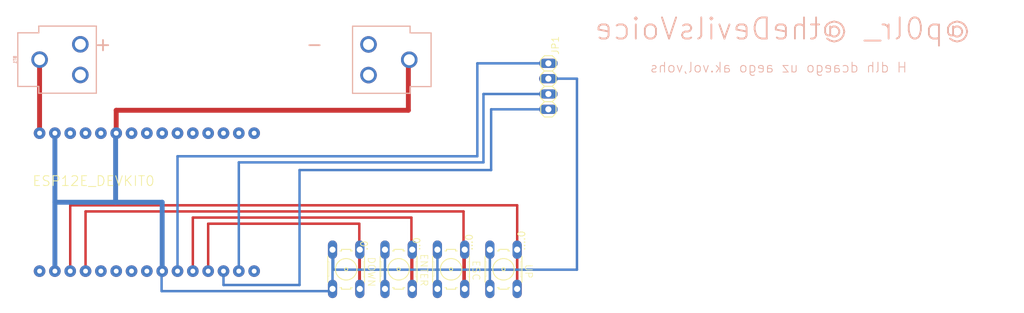
<source format=kicad_pcb>
(kicad_pcb (version 20211014) (generator pcbnew)
  (layers (0 "F.Cu" signal) (1 "In1.Cu" signal) (2 "In2.Cu" signal) (3 "In3.Cu" signal) (4 "In4.Cu" signal) (31 "B.Cu" signal) (34 "B.Paste" user) (35 "F.Paste" user) (36 "B.SilkS" user "B.Silkscreen") (37 "F.SilkS" user "F.Silkscreen") (38 "B.Mask" user) (39 "F.Mask" user) (44 "Edge.Cuts" user))
  (net 0 "")
  (net 1 "N$3")
  (net 2 "N$6")
  (net 3 "N$5")
  (net 4 "N$2")
  (net 5 "N$7")
  (net 6 "N$8")
  (net 7 "N$9")
  (net 8 "N$1")
  (net 9 "N$4")
  (footprint "" (layer "F.Cu") (at 227.329985 87.922293)
    (fp_text reference "@HOLE0" hide)
    (fp_text value "" (at 0 0) (layer "F.SilkS") (effects (font (size 1.27 1.27))))
    (pad "" np_thru_hole circle (at 0 0) (size 3.2 3.2) (drill 3.2) (layers *.Cu *.Mask))
  )
  (footprint "hh:B3F-10XX" (layer "F.Cu") (at 129.701985 123.672293 -90)
    (fp_text reference "..0" (at -3.048 -3.683 -90) (layer "F.SilkS") (effects (font (size 1.143 1.143) (thickness 0.127)) (justify left bottom)))
    (fp_text value "")
    (fp_line (start 1.27 -2.794) (end -1.27 -2.794) (layer "F.SilkS") (width 0.0508))
    (fp_line (start 1.27 -2.794) (end 1.27 -3.048) (layer "F.SilkS") (width 0.0508))
    (fp_line (start 3.048 -0.762) (end 3.048 -1.016) (layer "F.SilkS") (width 0.1524))
    (fp_line (start 3.302 0.762) (end 3.302 -0.762) (layer "F.SilkS") (width 0.1524))
    (fp_line (start -1.27 3.048) (end 1.143 3.048) (layer "F.SilkS") (width 0.1524))
    (fp_line (start -3.048 -0.762) (end -3.048 -1.016) (layer "F.SilkS") (width 0.1524))
    (fp_line (start 1.143 2.794) (end 1.143 3.048) (layer "F.SilkS") (width 0.0508))
    (fp_line (start 2.159 -3.048) (end 1.27 -3.048) (layer "F.SilkS") (width 0.1524))
    (fp_line (start -3.302 -0.762) (end -3.302 0.762) (layer "F.SilkS") (width 0.1524))
    (fp_line (start 1.143 2.794) (end -1.27 2.794) (layer "F.SilkS") (width 0.0508))
    (fp_line (start 1.143 3.048) (end 2.159 3.048) (layer "F.SilkS") (width 0.1524))
    (fp_line (start 3.302 0.762) (end 3.048 0.762) (layer "F.SilkS") (width 0.1524))
    (fp_line (start -1.27 2.794) (end -1.27 3.048) (layer "F.SilkS") (width 0.0508))
    (fp_line (start -1.27 -3.048) (end -1.27 -2.794) (layer "F.SilkS") (width 0.0508))
    (fp_line (start -1.27 -3.048) (end -2.159 -3.048) (layer "F.SilkS") (width 0.1524))
    (fp_line (start -2.159 3.048) (end -1.27 3.048) (layer "F.SilkS") (width 0.1524))
    (fp_line (start 1.27 -3.048) (end -1.27 -3.048) (layer "F.SilkS") (width 0.1524))
    (fp_line (start -3.048 0.762) (end -3.302 0.762) (layer "F.SilkS") (width 0.1524))
    (fp_line (start 3.048 -0.762) (end 3.302 -0.762) (layer "F.SilkS") (width 0.1524))
    (fp_line (start 3.048 0.762) (end 3.048 1.016) (layer "F.SilkS") (width 0.1524))
    (fp_line (start -3.302 -0.762) (end -3.048 -0.762) (layer "F.SilkS") (width 0.1524))
    (fp_line (start -3.048 0.762) (end -3.048 1.016) (layer "F.SilkS") (width 0.1524))
    (fp_circle (center 0 0) (end 0.254 0) (layer "F.SilkS") (width 0.1524) (fill none))
    (fp_circle (center 0 0) (end 1.778 0) (layer "F.SilkS") (width 0.1524) (fill none))
    (pad "1" thru_hole oval (at -3.2512 -2.2606 270) (size 3.048 1.524) (drill 1.016) (layers *.Cu *.Mask) (net 5 "N$7"))
    (pad "2" thru_hole oval (at 3.2512 -2.2606 270) (size 3.048 1.524) (drill 1.016) (layers *.Cu *.Mask) (net 5 "N$7"))
    (pad "3" thru_hole oval (at -3.2512 2.2606 270) (size 3.048 1.524) (drill 1.016) (layers *.Cu *.Mask) (net 8 "N$1"))
    (pad "4" thru_hole oval (at 3.2512 2.2606 270) (size 3.048 1.524) (drill 1.016) (layers *.Cu *.Mask) (net 8 "N$1"))
  )
  (footprint "hh:1X04" (layer "F.Cu") (at 154.519985 93.352293 -90)
    (fp_text reference "JP1" (at -5.1562 -1.8288 -90) (layer "F.SilkS") (effects (font (size 1.143 1.143) (thickness 0.127)) (justify left bottom)))
    (fp_text value "OLED")
    (fp_line (start -5.08 0.635) (end -4.445 1.27) (layer "F.SilkS") (width 0.1524))
    (fp_line (start 0.635 -1.27) (end 1.905 -1.27) (layer "F.SilkS") (width 0.1524))
    (fp_line (start -2.54 -0.635) (end -1.905 -1.27) (layer "F.SilkS") (width 0.1524))
    (fp_line (start -3.175 -1.27) (end -2.54 -0.635) (layer "F.SilkS") (width 0.1524))
    (fp_line (start 4.445 -1.27) (end 5.08 -0.635) (layer "F.SilkS") (width 0.1524))
    (fp_line (start 5.08 -0.635) (end 5.08 0.635) (layer "F.SilkS") (width 0.1524))
    (fp_line (start 0 0.635) (end -0.635 1.27) (layer "F.SilkS") (width 0.1524))
    (fp_line (start -0.635 1.27) (end -1.905 1.27) (layer "F.SilkS") (width 0.1524))
    (fp_line (start -4.445 -1.27) (end -3.175 -1.27) (layer "F.SilkS") (width 0.1524))
    (fp_line (start -1.905 -1.27) (end -0.635 -1.27) (layer "F.SilkS") (width 0.1524))
    (fp_line (start 0.635 1.27) (end 0 0.635) (layer "F.SilkS") (width 0.1524))
    (fp_line (start 0 -0.635) (end 0.635 -1.27) (layer "F.SilkS") (width 0.1524))
    (fp_line (start 0 -0.635) (end 0 0.635) (layer "F.SilkS") (width 0.1524))
    (fp_line (start 1.905 -1.27) (end 2.54 -0.635) (layer "F.SilkS") (width 0.1524))
    (fp_line (start 1.905 1.27) (end 0.635 1.27) (layer "F.SilkS") (width 0.1524))
    (fp_line (start 2.54 0.635) (end 1.905 1.27) (layer "F.SilkS") (width 0.1524))
    (fp_line (start -5.08 -0.635) (end -5.08 0.635) (layer "F.SilkS") (width 0.1524))
    (fp_line (start -4.445 -1.27) (end -5.08 -0.635) (layer "F.SilkS") (width 0.1524))
    (fp_line (start 4.445 1.27) (end 3.175 1.27) (layer "F.SilkS") (width 0.1524))
    (fp_line (start -1.905 1.27) (end -2.54 0.635) (layer "F.SilkS") (width 0.1524))
    (fp_line (start 5.08 0.635) (end 4.445 1.27) (layer "F.SilkS") (width 0.1524))
    (fp_line (start 3.175 -1.27) (end 2.54 -0.635) (layer "F.SilkS") (width 0.1524))
    (fp_line (start -2.54 0.635) (end -3.175 1.27) (layer "F.SilkS") (width 0.1524))
    (fp_line (start -3.175 1.27) (end -4.445 1.27) (layer "F.SilkS") (width 0.1524))
    (fp_line (start -2.54 -0.635) (end -2.54 0.635) (layer "F.SilkS") (width 0.1524))
    (fp_line (start 2.54 -0.635) (end 2.54 0.635) (layer "F.SilkS") (width 0.1524))
    (fp_line (start 3.175 -1.27) (end 4.445 -1.27) (layer "F.SilkS") (width 0.1524))
    (fp_line (start 2.54 0.635) (end 3.175 1.27) (layer "F.SilkS") (width 0.1524))
    (fp_line (start -0.635 -1.27) (end 0 -0.635) (layer "F.SilkS") (width 0.1524))
    (pad "1" thru_hole oval (at -3.81 0) (size 3.048 1.524) (drill 1.016) (layers *.Cu *.Mask) (net 1 "N$3"))
    (pad "2" thru_hole oval (at -1.27 0) (size 3.048 1.524) (drill 1.016) (layers *.Cu *.Mask) (net 8 "N$1"))
    (pad "3" thru_hole oval (at 1.27 0) (size 3.048 1.524) (drill 1.016) (layers *.Cu *.Mask) (net 3 "N$5"))
    (pad "4" thru_hole oval (at 3.81 0) (size 3.048 1.524) (drill 1.016) (layers *.Cu *.Mask) (net 2 "N$6"))
  )
  (footprint "hh:B3F-10XX" (layer "F.Cu") (at 147.085985 123.672293 -90)
    (fp_text reference "....0" (at -3.048 -3.683 -90) (layer "F.SilkS") (effects (font (size 1.143 1.143) (thickness 0.127)) (justify left bottom)))
    (fp_text value "")
    (fp_line (start 1.143 2.794) (end -1.27 2.794) (layer "F.SilkS") (width 0.0508))
    (fp_line (start -3.302 -0.762) (end -3.302 0.762) (layer "F.SilkS") (width 0.1524))
    (fp_line (start 3.302 0.762) (end 3.302 -0.762) (layer "F.SilkS") (width 0.1524))
    (fp_line (start -3.048 0.762) (end -3.048 1.016) (layer "F.SilkS") (width 0.1524))
    (fp_line (start -3.302 -0.762) (end -3.048 -0.762) (layer "F.SilkS") (width 0.1524))
    (fp_line (start -1.27 -3.048) (end -1.27 -2.794) (layer "F.SilkS") (width 0.0508))
    (fp_line (start 1.143 3.048) (end 2.159 3.048) (layer "F.SilkS") (width 0.1524))
    (fp_line (start 1.27 -3.048) (end -1.27 -3.048) (layer "F.SilkS") (width 0.1524))
    (fp_line (start 1.143 2.794) (end 1.143 3.048) (layer "F.SilkS") (width 0.0508))
    (fp_line (start -2.159 3.048) (end -1.27 3.048) (layer "F.SilkS") (width 0.1524))
    (fp_line (start 3.048 -0.762) (end 3.048 -1.016) (layer "F.SilkS") (width 0.1524))
    (fp_line (start -1.27 3.048) (end 1.143 3.048) (layer "F.SilkS") (width 0.1524))
    (fp_line (start 3.048 0.762) (end 3.048 1.016) (layer "F.SilkS") (width 0.1524))
    (fp_line (start 2.159 -3.048) (end 1.27 -3.048) (layer "F.SilkS") (width 0.1524))
    (fp_line (start 3.302 0.762) (end 3.048 0.762) (layer "F.SilkS") (width 0.1524))
    (fp_line (start -3.048 -0.762) (end -3.048 -1.016) (layer "F.SilkS") (width 0.1524))
    (fp_line (start 1.27 -2.794) (end 1.27 -3.048) (layer "F.SilkS") (width 0.0508))
    (fp_line (start -1.27 2.794) (end -1.27 3.048) (layer "F.SilkS") (width 0.0508))
    (fp_line (start -1.27 -3.048) (end -2.159 -3.048) (layer "F.SilkS") (width 0.1524))
    (fp_line (start -3.048 0.762) (end -3.302 0.762) (layer "F.SilkS") (width 0.1524))
    (fp_line (start 3.048 -0.762) (end 3.302 -0.762) (layer "F.SilkS") (width 0.1524))
    (fp_line (start 1.27 -2.794) (end -1.27 -2.794) (layer "F.SilkS") (width 0.0508))
    (fp_circle (center 0 0) (end 1.778 0) (layer "F.SilkS") (width 0.1524) (fill none))
    (fp_circle (center 0 0) (end 0.254 0) (layer "F.SilkS") (width 0.1524) (fill none))
    (pad "1" thru_hole oval (at -3.2512 -2.2606 270) (size 3.048 1.524) (drill 1.016) (layers *.Cu *.Mask) (net 7 "N$9"))
    (pad "2" thru_hole oval (at 3.2512 -2.2606 270) (size 3.048 1.524) (drill 1.016) (layers *.Cu *.Mask) (net 7 "N$9"))
    (pad "3" thru_hole oval (at -3.2512 2.2606 270) (size 3.048 1.524) (drill 1.016) (layers *.Cu *.Mask) (net 8 "N$1"))
    (pad "4" thru_hole oval (at 3.2512 2.2606 270) (size 3.048 1.524) (drill 1.016) (layers *.Cu *.Mask) (net 8 "N$1"))
  )
  (footprint "hh:ESP12E_DEVKIT" (layer "F.Cu") (at 87.981985 112.544293 -90)
    (fp_text reference "ESP12E_DEVKIT0" (at -2.54 19.05) (layer "F.SilkS") (effects (font (size 1.63576 1.63576) (thickness 0.14224)) (justify left bottom)))
    (fp_text value "ESP12E_DEVKIT")
    (pad "" np_thru_hole circle (at -10.16 -21.59 270) (size 3.2 3.2) (drill 3.2) (layers *.Cu *.Mask))
    (pad "" np_thru_hole circle (at 10.16 21.59 270) (size 3.2 3.2) (drill 3.2) (layers *.Cu *.Mask))
    (pad "" np_thru_hole circle (at -10.16 21.59 270) (size 3.2 3.2) (drill 3.2) (layers *.Cu *.Mask))
    (pad "" np_thru_hole circle (at 10.16 -21.59 270) (size 3.2 3.2) (drill 3.2) (layers *.Cu *.Mask))
    (pad "3V3@0" thru_hole circle (at -11.43 7.62 270) (size 1.9304 1.9304) (drill 0.8) (layers *.Cu *.Mask))
    (pad "3V3@1" thru_hole circle (at 11.43 -5.08 270) (size 1.9304 1.9304) (drill 0.8) (layers *.Cu *.Mask) (net 1 "N$3"))
    (pad "3V3@2" thru_hole circle (at 11.43 17.78 270) (size 1.9304 1.9304) (drill 0.8) (layers *.Cu *.Mask))
    (pad "AD0" thru_hole circle (at -11.43 -17.78 270) (size 1.9304 1.9304) (drill 0.8) (layers *.Cu *.Mask))
    (pad "CLK" thru_hole circle (at -11.43 2.54 270) (size 1.9304 1.9304) (drill 0.8) (layers *.Cu *.Mask))
    (pad "CMD" thru_hole circle (at -11.43 -2.54 270) (size 1.9304 1.9304) (drill 0.8) (layers *.Cu *.Mask))
    (pad "D0" thru_hole circle (at 11.43 -17.78 270) (size 1.9304 1.9304) (drill 0.8) (layers *.Cu *.Mask))
    (pad "D1" thru_hole circle (at 11.43 -15.24 270) (size 1.9304 1.9304) (drill 0.8) (layers *.Cu *.Mask) (net 3 "N$5"))
    (pad "D2" thru_hole circle (at 11.43 -12.7 270) (size 1.9304 1.9304) (drill 0.8) (layers *.Cu *.Mask) (net 2 "N$6"))
    (pad "D3" thru_hole circle (at 11.43 -10.16 270) (size 1.9304 1.9304) (drill 0.8) (layers *.Cu *.Mask) (net 4 "N$2"))
    (pad "D4" thru_hole circle (at 11.43 -7.62 270) (size 1.9304 1.9304) (drill 0.8) (layers *.Cu *.Mask) (net 5 "N$7"))
    (pad "D5" thru_hole circle (at 11.43 0 270) (size 1.9304 1.9304) (drill 0.8) (layers *.Cu *.Mask))
    (pad "D6" thru_hole circle (at 11.43 2.54 270) (size 1.9304 1.9304) (drill 0.8) (layers *.Cu *.Mask))
    (pad "D7" thru_hole circle (at 11.43 5.08 270) (size 1.9304 1.9304) (drill 0.8) (layers *.Cu *.Mask))
    (pad "D8" thru_hole circle (at 11.43 7.62 270) (size 1.9304 1.9304) (drill 0.8) (layers *.Cu *.Mask))
    (pad "EN" thru_hole circle (at -11.43 10.16 270) (size 1.9304 1.9304) (drill 0.8) (layers *.Cu *.Mask))
    (pad "GND@0" thru_hole circle (at -11.43 5.08 270) (size 1.9304 1.9304) (drill 0.8) (layers *.Cu *.Mask) (net 8 "N$1"))
    (pad "GND@1" thru_hole circle (at -11.43 15.24 270) (size 1.9304 1.9304) (drill 0.8) (layers *.Cu *.Mask) (net 8 "N$1"))
    (pad "GND@2" thru_hole circle (at 11.43 -2.54 270) (size 1.9304 1.9304) (drill 0.8) (layers *.Cu *.Mask) (net 8 "N$1"))
    (pad "GND@3" thru_hole circle (at 11.43 15.24 270) (size 1.9304 1.9304) (drill 0.8) (layers *.Cu *.Mask) (net 8 "N$1"))
    (pad "RST" thru_hole circle (at -11.43 12.7 270) (size 1.9304 1.9304) (drill 0.8) (layers *.Cu *.Mask))
    (pad "RSV@0" thru_hole circle (at -11.43 -15.24 270) (size 1.9304 1.9304) (drill 0.8) (layers *.Cu *.Mask))
    (pad "RSV@1" thru_hole circle (at -11.43 -12.7 270) (size 1.9304 1.9304) (drill 0.8) (layers *.Cu *.Mask))
    (pad "RX" thru_hole circle (at 11.43 10.16 270) (size 1.9304 1.9304) (drill 0.8) (layers *.Cu *.Mask) (net 6 "N$8"))
    (pad "SD0" thru_hole circle (at -11.43 0 270) (size 1.9304 1.9304) (drill 0.8) (layers *.Cu *.Mask))
    (pad "SD1" thru_hole circle (at -11.43 -5.08 270) (size 1.9304 1.9304) (drill 0.8) (layers *.Cu *.Mask))
    (pad "SD2" thru_hole circle (at -11.43 -7.62 270) (size 1.9304 1.9304) (drill 0.8) (layers *.Cu *.Mask))
    (pad "SD3" thru_hole circle (at -11.43 -10.16 270) (size 1.9304 1.9304) (drill 0.8) (layers *.Cu *.Mask))
    (pad "TX" thru_hole circle (at 11.43 12.7 270) (size 1.9304 1.9304) (drill 0.8) (layers *.Cu *.Mask) (net 7 "N$9"))
    (pad "VIN" thru_hole circle (at -11.43 17.78 270) (size 1.9304 1.9304) (drill 0.8) (layers *.Cu *.Mask) (net 9 "N$4"))
  )
  (footprint "hh:B3F-10XX" (layer "F.Cu") (at 138.393985 123.672293 -90)
    (fp_text reference "...0" (at -3.048 -3.683 -90) (layer "F.SilkS") (effects (font (size 1.143 1.143) (thickness 0.127)) (justify left bottom)))
    (fp_text value "")
    (fp_line (start 1.143 2.794) (end 1.143 3.048) (layer "F.SilkS") (width 0.0508))
    (fp_line (start 3.048 0.762) (end 3.048 1.016) (layer "F.SilkS") (width 0.1524))
    (fp_line (start -3.048 0.762) (end -3.302 0.762) (layer "F.SilkS") (width 0.1524))
    (fp_line (start -1.27 3.048) (end 1.143 3.048) (layer "F.SilkS") (width 0.1524))
    (fp_line (start 1.27 -2.794) (end 1.27 -3.048) (layer "F.SilkS") (width 0.0508))
    (fp_line (start 3.302 0.762) (end 3.302 -0.762) (layer "F.SilkS") (width 0.1524))
    (fp_line (start 3.302 0.762) (end 3.048 0.762) (layer "F.SilkS") (width 0.1524))
    (fp_line (start 3.048 -0.762) (end 3.302 -0.762) (layer "F.SilkS") (width 0.1524))
    (fp_line (start -3.302 -0.762) (end -3.302 0.762) (layer "F.SilkS") (width 0.1524))
    (fp_line (start 1.143 3.048) (end 2.159 3.048) (layer "F.SilkS") (width 0.1524))
    (fp_line (start -3.302 -0.762) (end -3.048 -0.762) (layer "F.SilkS") (width 0.1524))
    (fp_line (start -1.27 -3.048) (end -1.27 -2.794) (layer "F.SilkS") (width 0.0508))
    (fp_line (start -1.27 -3.048) (end -2.159 -3.048) (layer "F.SilkS") (width 0.1524))
    (fp_line (start 3.048 -0.762) (end 3.048 -1.016) (layer "F.SilkS") (width 0.1524))
    (fp_line (start 1.27 -3.048) (end -1.27 -3.048) (layer "F.SilkS") (width 0.1524))
    (fp_line (start 1.143 2.794) (end -1.27 2.794) (layer "F.SilkS") (width 0.0508))
    (fp_line (start -1.27 2.794) (end -1.27 3.048) (layer "F.SilkS") (width 0.0508))
    (fp_line (start -3.048 0.762) (end -3.048 1.016) (layer "F.SilkS") (width 0.1524))
    (fp_line (start 2.159 -3.048) (end 1.27 -3.048) (layer "F.SilkS") (width 0.1524))
    (fp_line (start 1.27 -2.794) (end -1.27 -2.794) (layer "F.SilkS") (width 0.0508))
    (fp_line (start -3.048 -0.762) (end -3.048 -1.016) (layer "F.SilkS") (width 0.1524))
    (fp_line (start -2.159 3.048) (end -1.27 3.048) (layer "F.SilkS") (width 0.1524))
    (fp_circle (center 0 0) (end 0.254 0) (layer "F.SilkS") (width 0.1524) (fill none))
    (fp_circle (center 0 0) (end 1.778 0) (layer "F.SilkS") (width 0.1524) (fill none))
    (pad "1" thru_hole oval (at -3.2512 -2.2606 270) (size 3.048 1.524) (drill 1.016) (layers *.Cu *.Mask) (net 6 "N$8"))
    (pad "2" thru_hole oval (at 3.2512 -2.2606 270) (size 3.048 1.524) (drill 1.016) (layers *.Cu *.Mask) (net 6 "N$8"))
    (pad "3" thru_hole oval (at -3.2512 2.2606 270) (size 3.048 1.524) (drill 1.016) (layers *.Cu *.Mask) (net 8 "N$1"))
    (pad "4" thru_hole oval (at 3.2512 2.2606 270) (size 3.048 1.524) (drill 1.016) (layers *.Cu *.Mask) (net 8 "N$1"))
  )
  (footprint "hh:B3F-10XX" (layer "F.Cu") (at 121.009985 123.672293 -90)
    (fp_text reference ".0" (at -3.048 -3.683 -90) (layer "F.SilkS") (effects (font (size 1.143 1.143) (thickness 0.127)) (justify left bottom)))
    (fp_text value "")
    (fp_line (start 3.302 0.762) (end 3.302 -0.762) (layer "F.SilkS") (width 0.1524))
    (fp_line (start -1.27 3.048) (end 1.143 3.048) (layer "F.SilkS") (width 0.1524))
    (fp_line (start -3.048 0.762) (end -3.048 1.016) (layer "F.SilkS") (width 0.1524))
    (fp_line (start 1.143 3.048) (end 2.159 3.048) (layer "F.SilkS") (width 0.1524))
    (fp_line (start -3.302 -0.762) (end -3.048 -0.762) (layer "F.SilkS") (width 0.1524))
    (fp_line (start 2.159 -3.048) (end 1.27 -3.048) (layer "F.SilkS") (width 0.1524))
    (fp_line (start 1.27 -2.794) (end -1.27 -2.794) (layer "F.SilkS") (width 0.0508))
    (fp_line (start 1.143 2.794) (end 1.143 3.048) (layer "F.SilkS") (width 0.0508))
    (fp_line (start -1.27 -3.048) (end -2.159 -3.048) (layer "F.SilkS") (width 0.1524))
    (fp_line (start -1.27 2.794) (end -1.27 3.048) (layer "F.SilkS") (width 0.0508))
    (fp_line (start 1.27 -3.048) (end -1.27 -3.048) (layer "F.SilkS") (width 0.1524))
    (fp_line (start -2.159 3.048) (end -1.27 3.048) (layer "F.SilkS") (width 0.1524))
    (fp_line (start 1.27 -2.794) (end 1.27 -3.048) (layer "F.SilkS") (width 0.0508))
    (fp_line (start -3.302 -0.762) (end -3.302 0.762) (layer "F.SilkS") (width 0.1524))
    (fp_line (start 3.048 -0.762) (end 3.302 -0.762) (layer "F.SilkS") (width 0.1524))
    (fp_line (start 3.048 -0.762) (end 3.048 -1.016) (layer "F.SilkS") (width 0.1524))
    (fp_line (start -3.048 -0.762) (end -3.048 -1.016) (layer "F.SilkS") (width 0.1524))
    (fp_line (start 3.048 0.762) (end 3.048 1.016) (layer "F.SilkS") (width 0.1524))
    (fp_line (start -3.048 0.762) (end -3.302 0.762) (layer "F.SilkS") (width 0.1524))
    (fp_line (start 1.143 2.794) (end -1.27 2.794) (layer "F.SilkS") (width 0.0508))
    (fp_line (start 3.302 0.762) (end 3.048 0.762) (layer "F.SilkS") (width 0.1524))
    (fp_line (start -1.27 -3.048) (end -1.27 -2.794) (layer "F.SilkS") (width 0.0508))
    (fp_circle (center 0 0) (end 1.778 0) (layer "F.SilkS") (width 0.1524) (fill none))
    (fp_circle (center 0 0) (end 0.254 0) (layer "F.SilkS") (width 0.1524) (fill none))
    (pad "1" thru_hole oval (at -3.2512 -2.2606 270) (size 3.048 1.524) (drill 1.016) (layers *.Cu *.Mask) (net 4 "N$2"))
    (pad "2" thru_hole oval (at 3.2512 -2.2606 270) (size 3.048 1.524) (drill 1.016) (layers *.Cu *.Mask) (net 4 "N$2"))
    (pad "3" thru_hole oval (at -3.2512 2.2606 270) (size 3.048 1.524) (drill 1.016) (layers *.Cu *.Mask) (net 8 "N$1"))
    (pad "4" thru_hole oval (at 3.2512 2.2606 270) (size 3.048 1.524) (drill 1.016) (layers *.Cu *.Mask) (net 8 "N$1"))
  )
  (footprint "hh:BATTERY_18650-HOLDER" (layer "B.Cu") (at 100.837985 88.938293)
    (fp_text reference "BT1" (at -34.417 0 90) (layer "B.SilkS") (effects (font (size 0.48768 0.48768) (thickness 0.12192)) (justify bottom mirror)))
    (fp_text value "")
    (fp_text user "-" (at 16.51 -1.27 180) (layer "B.SilkS") (effects (font (size 2.2352 2.2352) (thickness 0.3048)) (justify left bottom mirror)))
    (fp_text user "+" (at -18.542 -1.27 180) (layer "B.SilkS") (effects (font (size 2.2352 2.2352) (thickness 0.3048)) (justify left bottom mirror)))
    (fp_line (start 34.2448 -4.435) (end 30.765 -4.435) (layer "B.SilkS") (width 0.2032))
    (fp_line (start 30.765 -5.5526) (end 21.23 -5.5526) (layer "B.SilkS") (width 0.2032))
    (fp_line (start 30.765 5.5726) (end 30.765 4.455) (layer "B.SilkS") (width 0.2032))
    (fp_line (start 21.23 -5.5526) (end 21.23 5.5726) (layer "B.SilkS") (width 0.2032))
    (fp_line (start -34.2448 4.435) (end -30.765 4.435) (layer "B.SilkS") (width 0.2032))
    (fp_line (start -30.765 -5.5726) (end -30.765 -4.455) (layer "B.SilkS") (width 0.2032))
    (fp_line (start -34.2448 -4.455) (end -34.2448 4.435) (layer "B.SilkS") (width 0.2032))
    (fp_line (start 30.765 4.455) (end 34.2448 4.455) (layer "B.SilkS") (width 0.2032))
    (fp_line (start 34.2448 4.455) (end 34.2448 -4.435) (layer "B.SilkS") (width 0.2032))
    (fp_line (start -21.23 -5.5726) (end -30.765 -5.5726) (layer "B.SilkS") (width 0.2032))
    (fp_line (start -21.23 5.5526) (end -21.23 -5.5726) (layer "B.SilkS") (width 0.2032))
    (fp_line (start -30.765 5.5526) (end -21.23 5.5526) (layer "B.SilkS") (width 0.2032))
    (fp_line (start 30.765 -4.435) (end 30.765 -5.5526) (layer "B.SilkS") (width 0.2032))
    (fp_line (start -30.765 -4.455) (end -34.2448 -4.455) (layer "B.SilkS") (width 0.2032))
    (fp_line (start 21.23 5.5726) (end 30.765 5.5726) (layer "B.SilkS") (width 0.2032))
    (fp_line (start -30.765 4.435) (end -30.765 5.5526) (layer "B.SilkS") (width 0.2032))
    (pad "GND@1" thru_hole circle (at 30.628 0.01 180) (size 2.7432 2.7432) (drill 1.8288) (layers *.Cu *.Mask) (net 8 "N$1"))
    (pad "GND@2" thru_hole circle (at 23.88 2.55 90) (size 2.7432 2.7432) (drill 1.8288) (layers *.Cu *.Mask))
    (pad "GND@3" thru_hole circle (at 23.88 -2.53 90) (size 2.7432 2.7432) (drill 1.8288) (layers *.Cu *.Mask))
    (pad "PWR@1" thru_hole circle (at -30.628 -0.01) (size 2.7432 2.7432) (drill 1.8288) (layers *.Cu *.Mask) (net 9 "N$4"))
    (pad "PWR@2" thru_hole circle (at -23.88 2.53 270) (size 2.7432 2.7432) (drill 1.8288) (layers *.Cu *.Mask))
    (pad "PWR@3" thru_hole circle (at -23.88 -2.55 270) (size 2.7432 2.7432) (drill 1.8288) (layers *.Cu *.Mask))
  )
  (gr_line (start 222.874266 97.704893) (end 221.870803 97.540484) (layer "Edge.Cuts") (width 0.001))
  (gr_line (start 215.905866 94.915925) (end 215.051053 94.745875) (layer "Edge.Cuts") (width 0.001))
  (gr_line (start 111.615135 130.961375) (end 105.216316 130.779034) (layer "Edge.Cuts") (width 0.001))
  (gr_line (start 87.412166 130.030212) (end 81.894875 129.644984) (layer "Edge.Cuts") (width 0.001))
  (gr_line (start 218.756203 96.233212) (end 218.080016 95.851212) (layer "Edge.Cuts") (width 0.001))
  (gr_line (start 230.817253 94.557475) (end 230.136085 95.234234) (layer "Edge.Cuts") (width 0.001))
  (gr_line (start 230.088685 81.296534) (end 230.881344 81.873775) (layer "Edge.Cuts") (width 0.001))
  (gr_line (start 63.783003 124.910503) (end 63.692925 124.358003) (layer "Edge.Cuts") (width 0.001))
  (gr_line (start 227.072835 97.192125) (end 226.279535 97.474525) (layer "Edge.Cuts") (width 0.001))
  (gr_line (start 233.333394 87.246962) (end 233.357275 88.165703) (layer "Edge.Cuts") (width 0.001))
  (gr_line (start 66.399253 127.795553) (end 65.609625 127.474184) (layer "Edge.Cuts") (width 0.001))
  (gr_line (start 163.122516 95.360303) (end 162.259525 95.148003) (layer "Edge.Cuts") (width 0.001))
  (gr_line (start 225.425594 79.594162) (end 226.834553 79.922225) (layer "Edge.Cuts") (width 0.001))
  (gr_line (start 105.216316 130.779034) (end 99.058885 130.576734) (layer "Edge.Cuts") (width 0.001))
  (gr_line (start 64.011844 83.517193) (end 64.487866 82.230284) (layer "Edge.Cuts") (width 0.001))
  (gr_line (start 206.510844 96.569534) (end 204.274975 97.165184) (layer "Edge.Cuts") (width 0.001))
  (gr_line (start 199.628066 98.170862) (end 197.199325 98.563534) (layer "Edge.Cuts") (width 0.001))
  (gr_line (start 71.402425 128.548153) (end 66.399253 127.795553) (layer "Edge.Cuts") (width 0.001))
  (gr_line (start 174.073344 97.914393) (end 170.587735 97.229125) (layer "Edge.Cuts") (width 0.001))
  (gr_line (start 161.335403 95.608593) (end 161.167903 96.129484) (layer "Edge.Cuts") (width 0.001))
  (gr_line (start 186.575775 99.197193) (end 183.648453 99.077862) (layer "Edge.Cuts") (width 0.001))
  (gr_line (start 229.409625 95.840043) (end 228.649303 96.370925) (layer "Edge.Cuts") (width 0.001))
  (gr_line (start 156.057694 128.357975) (end 150.610766 129.042425) (layer "Edge.Cuts") (width 0.001))
  (gr_line (start 218.080016 95.851212) (end 217.395885 95.490034) (layer "Edge.Cuts") (width 0.001))
  (gr_line (start 220.981735 97.289662) (end 220.182594 96.973884) (layer "Edge.Cuts") (width 0.001))
  (gr_line (start 222.063316 79.152693) (end 223.838403 79.336553) (layer "Edge.Cuts") (width 0.001))
  (gr_line (start 231.998016 93.006912) (end 231.441716 93.813712) (layer "Edge.Cuts") (width 0.001))
  (gr_line (start 220.182594 96.973884) (end 219.448903 96.614584) (layer "Edge.Cuts") (width 0.001))
  (gr_line (start 232.086585 83.187375) (end 232.518494 83.917184) (layer "Edge.Cuts") (width 0.001))
  (gr_line (start 67.564435 79.215362) (end 68.460016 79.045825) (layer "Edge.Cuts") (width 0.001))
  (gr_line (start 166.940416 96.380653) (end 163.122516 95.360303) (layer "Edge.Cuts") (width 0.001))
  (gr_line (start 93.128835 130.333943) (end 87.412166 130.030212) (layer "Edge.Cuts") (width 0.001))
  (gr_line (start 68.460016 79.045825) (end 220.090685 79.045825) (layer "Edge.Cuts") (width 0.001))
  (gr_line (start 161.125885 96.742753) (end 161.156166 97.372425) (layer "Edge.Cuts") (width 0.001))
  (gr_line (start 233.313166 89.228384) (end 233.143753 90.247793) (layer "Edge.Cuts") (width 0.001))
  (gr_line (start 64.518553 126.575084) (end 64.174525 126.040693) (layer "Edge.Cuts") (width 0.001))
  (gr_line (start 229.156435 80.776684) (end 230.088685 81.296534) (layer "Edge.Cuts") (width 0.001))
  (gr_line (start 65.114466 81.146443) (end 65.858325 80.275875) (layer "Edge.Cuts") (width 0.001))
  (gr_line (start 194.688585 98.871175) (end 192.086985 99.085103) (layer "Edge.Cuts") (width 0.001))
  (gr_line (start 226.834553 79.922225) (end 228.074944 80.317484) (layer "Edge.Cuts") (width 0.001))
  (gr_line (start 232.860475 91.219993) (end 232.474744 92.141025) (layer "Edge.Cuts") (width 0.001))
  (gr_line (start 192.086985 99.085103) (end 189.385666 99.196634) (layer "Edge.Cuts") (width 0.001))
  (gr_line (start 221.870803 97.540484) (end 220.981735 97.289662) (layer "Edge.Cuts") (width 0.001))
  (gr_line (start 161.681553 95.256103) (end 161.335403 95.608593) (layer "Edge.Cuts") (width 0.001))
  (gr_line (start 212.999466 94.747034) (end 211.753753 94.961134) (layer "Edge.Cuts") (width 0.001))
  (gr_line (start 217.395885 95.490034) (end 216.679316 95.171125) (layer "Edge.Cuts") (width 0.001))
  (gr_line (start 219.448903 96.614584) (end 218.756203 96.233212) (layer "Edge.Cuts") (width 0.001))
  (gr_line (start 233.357275 88.165703) (end 233.313166 89.228384) (layer "Edge.Cuts") (width 0.001))
  (gr_line (start 232.518494 83.917184) (end 232.849453 84.691312) (layer "Edge.Cuts") (width 0.001))
  (gr_line (start 159.182844 127.683634) (end 158.288453 127.960012) (layer "Edge.Cuts") (width 0.001))
  (gr_line (start 128.466403 130.598884) (end 122.864635 130.770475) (layer "Edge.Cuts") (width 0.001))
  (gr_line (start 210.328803 95.346184) (end 208.700153 95.923603) (layer "Edge.Cuts") (width 0.001))
  (gr_line (start 233.247253 86.359475) (end 233.333394 87.246962) (layer "Edge.Cuts") (width 0.001))
  (gr_line (start 161.220916 124.378612) (end 161.156475 125.391793) (layer "Edge.Cuts") (width 0.001))
  (gr_line (start 76.562966 129.157812) (end 71.402425 128.548153) (layer "Edge.Cuts") (width 0.001))
  (gr_line (start 170.587735 97.229125) (end 166.940416 96.380653) (layer "Edge.Cuts") (width 0.001))
  (gr_line (start 225.498116 97.666184) (end 224.739985 97.763143) (layer "Edge.Cuts") (width 0.001))
  (gr_line (start 183.648453 99.077862) (end 180.594844 98.830084) (layer "Edge.Cuts") (width 0.001))
  (gr_line (start 161.167903 96.129484) (end 161.125885 96.742753) (layer "Edge.Cuts") (width 0.001))
  (gr_line (start 230.136085 95.234234) (end 229.409625 95.840043) (layer "Edge.Cuts") (width 0.001))
  (gr_line (start 216.679316 95.171125) (end 215.905866 94.915925) (layer "Edge.Cuts") (width 0.001))
  (gr_line (start 134.046603 130.355853) (end 128.466403 130.598884) (layer "Edge.Cuts") (width 0.001))
  (gr_line (start 224.016585 97.761453) (end 222.874266 97.704893) (layer "Edge.Cuts") (width 0.001))
  (gr_line (start 227.866566 96.822934) (end 227.072835 97.192125) (layer "Edge.Cuts") (width 0.001))
  (gr_line (start 201.983666 97.701853) (end 199.628066 98.170862) (layer "Edge.Cuts") (width 0.001))
  (gr_line (start 215.051053 94.745875) (end 214.090416 94.682434) (layer "Edge.Cuts") (width 0.001))
  (gr_line (start 233.089153 85.506503) (end 233.247253 86.359475) (layer "Edge.Cuts") (width 0.001))
  (gr_line (start 211.753753 94.961134) (end 210.328803 95.346184) (layer "Edge.Cuts") (width 0.001))
  (gr_line (start 145.123485 129.593203) (end 139.600525 130.025825) (layer "Edge.Cuts") (width 0.001))
  (gr_line (start 189.385666 99.196634) (end 186.575775 99.197193) (layer "Edge.Cuts") (width 0.001))
  (gr_line (start 64.989825 127.060134) (end 64.518553 126.575084) (layer "Edge.Cuts") (width 0.001))
  (gr_line (start 214.090416 94.682434) (end 212.999466 94.747034) (layer "Edge.Cuts") (width 0.001))
  (gr_line (start 150.610766 129.042425) (end 145.123485 129.593203) (layer "Edge.Cuts") (width 0.001))
  (gr_line (start 208.700153 95.923603) (end 206.510844 96.569534) (layer "Edge.Cuts") (width 0.001))
  (gr_line (start 161.156475 125.391793) (end 160.914853 126.200162) (layer "Edge.Cuts") (width 0.001))
  (gr_line (start 233.143753 90.247793) (end 232.860475 91.219993) (layer "Edge.Cuts") (width 0.001))
  (gr_line (start 160.501635 126.832453) (end 159.922435 127.317362) (layer "Edge.Cuts") (width 0.001))
  (gr_line (start 232.474744 92.141025) (end 231.998016 93.006912) (layer "Edge.Cuts") (width 0.001))
  (gr_line (start 159.922435 127.317362) (end 159.182844 127.683634) (layer "Edge.Cuts") (width 0.001))
  (gr_line (start 66.686085 79.628784) (end 67.564435 79.215362) (layer "Edge.Cuts") (width 0.001))
  (gr_line (start 63.719753 84.996984) (end 64.011844 83.517193) (layer "Edge.Cuts") (width 0.001))
  (gr_line (start 161.156166 97.372425) (end 161.205553 97.942484) (layer "Edge.Cuts") (width 0.001))
  (gr_line (start 81.894875 129.644984) (end 76.562966 129.157812) (layer "Edge.Cuts") (width 0.001))
  (gr_line (start 65.609625 127.474184) (end 64.989825 127.060134) (layer "Edge.Cuts") (width 0.001))
  (gr_line (start 65.858325 80.275875) (end 66.686085 79.628784) (layer "Edge.Cuts") (width 0.001))
  (gr_line (start 231.441716 93.813712) (end 230.817253 94.557475) (layer "Edge.Cuts") (width 0.001))
  (gr_line (start 223.838403 79.336553) (end 225.425594 79.594162) (layer "Edge.Cuts") (width 0.001))
  (gr_line (start 158.288453 127.960012) (end 157.244875 128.175212) (layer "Edge.Cuts") (width 0.001))
  (gr_line (start 122.864635 130.770475) (end 117.245985 130.886153) (layer "Edge.Cuts") (width 0.001))
  (gr_line (start 204.274975 97.165184) (end 201.983666 97.701853) (layer "Edge.Cuts") (width 0.001))
  (gr_line (start 160.914853 126.200162) (end 160.501635 126.832453) (layer "Edge.Cuts") (width 0.001))
  (gr_line (start 117.245985 130.886153) (end 111.615135 130.961375) (layer "Edge.Cuts") (width 0.001))
  (gr_line (start 64.174525 126.040693) (end 63.936435 125.478625) (layer "Edge.Cuts") (width 0.001))
  (gr_line (start 224.739985 97.763143) (end 224.016585 97.761453) (layer "Edge.Cuts") (width 0.001))
  (gr_line (start 99.058885 130.576734) (end 93.128835 130.333943) (layer "Edge.Cuts") (width 0.001))
  (gr_line (start 230.881344 81.873775) (end 231.544094 82.505143) (layer "Edge.Cuts") (width 0.001))
  (gr_line (start 63.644925 123.842775) (end 63.644925 86.659434) (layer "Edge.Cuts") (width 0.001))
  (gr_line (start 63.936435 125.478625) (end 63.783003 124.910503) (layer "Edge.Cuts") (width 0.001))
  (gr_line (start 231.544094 82.505143) (end 232.086585 83.187375) (layer "Edge.Cuts") (width 0.001))
  (gr_line (start 157.244875 128.175212) (end 156.057694 128.357975) (layer "Edge.Cuts") (width 0.001))
  (gr_line (start 232.849453 84.691312) (end 233.089153 85.506503) (layer "Edge.Cuts") (width 0.001))
  (gr_line (start 197.199325 98.563534) (end 194.688585 98.871175) (layer "Edge.Cuts") (width 0.001))
  (gr_line (start 220.090685 79.045825) (end 222.063316 79.152693) (layer "Edge.Cuts") (width 0.001))
  (gr_line (start 180.594844 98.830084) (end 177.406094 98.445143) (layer "Edge.Cuts") (width 0.001))
  (gr_line (start 64.487866 82.230284) (end 65.114466 81.146443) (layer "Edge.Cuts") (width 0.001))
  (gr_line (start 228.649303 96.370925) (end 227.866566 96.822934) (layer "Edge.Cuts") (width 0.001))
  (gr_line (start 139.600525 130.025825) (end 134.046603 130.355853) (layer "Edge.Cuts") (width 0.001))
  (gr_line (start 161.205553 97.942484) (end 161.220916 98.376934) (layer "Edge.Cuts") (width 0.001))
  (gr_line (start 228.074944 80.317484) (end 229.156435 80.776684) (layer "Edge.Cuts") (width 0.001))
  (gr_line (start 63.692925 124.358003) (end 63.644925 123.842775) (layer "Edge.Cuts") (width 0.001))
  (gr_line (start 161.220916 98.376934) (end 161.220916 124.378612) (layer "Edge.Cuts") (width 0.001))
  (gr_line (start 177.406094 98.445143) (end 174.073344 97.914393) (layer "Edge.Cuts") (width 0.001))
  (gr_line (start 63.644925 86.659434) (end 63.719753 84.996984) (layer "Edge.Cuts") (width 0.001))
  (gr_line (start 226.279535 97.474525) (end 225.498116 97.666184) (layer "Edge.Cuts") (width 0.001))
  (gr_line (start 162.259525 95.148003) (end 161.681553 95.256103) (layer "Edge.Cuts") (width 0.001))
  (gr_text "H dlh dcaego uz aego ak.vol,vohs" (at 214.060985 91.197293) (layer "B.SilkS") (effects (font (size 1.63576 1.63576) (thickness 0.14224)) (justify left bottom mirror)))
  (gr_text "@p0lr_ @theDevilsVoice" (at 224.791985 85.880293) (layer "B.SilkS") (effects (font (size 3.5052 3.5052) (thickness 0.3048)) (justify left bottom mirror)))
  (gr_text "UP" (at 150.571185 122.745693 270) (layer "F.SilkS") (effects (font (size 1.1684 1.1684) (thickness 0.1016)) (justify left bottom)))
  (gr_text "ESC" (at 141.858985 122.136093 270) (layer "F.SilkS") (effects (font (size 1.1684 1.1684) (thickness 0.1016)) (justify left bottom)))
  (gr_text "DOWN" (at 124.510785 121.551893 270) (layer "F.SilkS") (effects (font (size 1.1684 1.1684) (thickness 0.1016)) (justify left bottom)))
  (gr_text "ENTER" (at 133.222985 121.043893 270) (layer "F.SilkS") (effects (font (size 1.1684 1.1684) (thickness 0.1016)) (justify left bottom)))
  (segment (start 154.519985 89.542293) (end 142.747985 89.542293) (width 0.4064) (layer "B.Cu") (net 1))
  (segment (start 93.061985 104.940293) (end 93.061985 123.974293) (width 0.4064) (layer "B.Cu") (net 1))
  (segment (start 142.747985 89.542293) (end 142.747985 104.940293) (width 0.4064) (layer "B.Cu") (net 1))
  (segment (start 142.747985 104.940293) (end 93.061985 104.940293) (width 0.4064) (layer "B.Cu") (net 1))
  (segment (start 100.681985 126.276293) (end 100.681985 123.974293) (width 0.4064) (layer "B.Cu") (net 2))
  (segment (start 113.283985 126.276293) (end 100.681985 126.276293) (width 0.4064) (layer "B.Cu") (net 2))
  (segment (start 145.033985 107.226293) (end 113.283985 107.226293) (width 0.4064) (layer "B.Cu") (net 2))
  (segment (start 154.519985 97.162293) (end 145.033985 97.162293) (width 0.4064) (layer "B.Cu") (net 2))
  (segment (start 113.283985 107.226293) (end 113.283985 126.276293) (width 0.4064) (layer "B.Cu") (net 2))
  (segment (start 145.033985 97.162293) (end 145.033985 107.226293) (width 0.4064) (layer "B.Cu") (net 2))
  (segment (start 143.763985 94.622293) (end 143.763985 105.956293) (width 0.4064) (layer "B.Cu") (net 3))
  (segment (start 103.221985 105.956293) (end 103.221985 123.974293) (width 0.4064) (layer "B.Cu") (net 3))
  (segment (start 154.519985 94.622293) (end 143.763985 94.622293) (width 0.4064) (layer "B.Cu") (net 3))
  (segment (start 143.763985 105.956293) (end 103.221985 105.956293) (width 0.4064) (layer "B.Cu") (net 3))
  (segment (start 123.270585 126.923493) (end 123.189985 126.923493) (width 0.4064) (layer "F.Cu") (net 4))
  (segment (start 123.270585 120.421093) (end 123.270585 126.923493) (width 0.4064) (layer "F.Cu") (net 4))
  (segment (start 123.189985 126.923493) (end 123.189985 116.116293) (width 0.4064) (layer "F.Cu") (net 4))
  (segment (start 123.189985 116.116293) (end 98.141985 116.116293) (width 0.4064) (layer "F.Cu") (net 4))
  (segment (start 98.141985 116.116293) (end 98.141985 123.974293) (width 0.4064) (layer "F.Cu") (net 4))
  (segment (start 131.962585 120.421093) (end 131.962585 126.923493) (width 0.4064) (layer "F.Cu") (net 5))
  (segment (start 131.962585 126.923493) (end 131.825985 126.923493) (width 0.4064) (layer "F.Cu") (net 5))
  (segment (start 131.825985 126.923493) (end 131.825985 115.100293) (width 0.4064) (layer "F.Cu") (net 5))
  (segment (start 95.601985 115.100293) (end 95.601985 123.974293) (width 0.4064) (layer "F.Cu") (net 5))
  (segment (start 131.825985 115.100293) (end 95.601985 115.100293) (width 0.4064) (layer "F.Cu") (net 5))
  (segment (start 77.821985 114.084293) (end 77.821985 123.974293) (width 0.4064) (layer "F.Cu") (net 6))
  (segment (start 140.461985 126.923493) (end 140.461985 114.084293) (width 0.4064) (layer "F.Cu") (net 6))
  (segment (start 140.654585 120.421093) (end 140.654585 126.923493) (width 0.4064) (layer "F.Cu") (net 6))
  (segment (start 140.461985 114.084293) (end 77.821985 114.084293) (width 0.4064) (layer "F.Cu") (net 6))
  (segment (start 140.654585 126.923493) (end 140.461985 126.923493) (width 0.4064) (layer "F.Cu") (net 6))
  (segment (start 75.281985 113.068293) (end 75.281985 123.974293) (width 0.4064) (layer "F.Cu") (net 7))
  (segment (start 149.351985 126.923493) (end 149.351985 113.068293) (width 0.4064) (layer "F.Cu") (net 7))
  (segment (start 149.351985 113.068293) (end 75.281985 113.068293) (width 0.4064) (layer "F.Cu") (net 7))
  (segment (start 149.346585 126.923493) (end 149.351985 126.923493) (width 0.4064) (layer "F.Cu") (net 7))
  (segment (start 149.346585 120.421093) (end 149.346585 126.923493) (width 0.4064) (layer "F.Cu") (net 7))
  (segment (start 82.901985 97.320293) (end 82.901985 101.114293) (width 0.8128) (layer "F.Cu") (net 8))
  (segment (start 131.317985 97.320293) (end 82.901985 97.320293) (width 0.8128) (layer "F.Cu") (net 8))
  (segment (start 131.465985 88.948293) (end 131.317985 88.948293) (width 0.4064) (layer "F.Cu") (net 8))
  (segment (start 131.317985 88.948293) (end 131.317985 97.320293) (width 0.8128) (layer "F.Cu") (net 8))
  (segment (start 136.133385 120.421093) (end 136.133385 126.923493) (width 0.4064) (layer "B.Cu") (net 8))
  (segment (start 82.803985 112.560293) (end 90.521985 112.560293) (width 0.8128) (layer "B.Cu") (net 8))
  (segment (start 159.257985 92.082293) (end 159.257985 123.736293) (width 0.4064) (layer "B.Cu") (net 8))
  (segment (start 90.423985 123.974293) (end 90.423985 127.292293) (width 0.4064) (layer "B.Cu") (net 8))
  (segment (start 72.741985 123.974293) (end 72.741985 112.560293) (width 0.8128) (layer "B.Cu") (net 8))
  (segment (start 154.519985 92.082293) (end 159.257985 92.082293) (width 0.4064) (layer "B.Cu") (net 8))
  (segment (start 118.871985 123.736293) (end 144.825385 123.736293) (width 0.4064) (layer "B.Cu") (net 8))
  (segment (start 82.803985 101.114293) (end 82.803985 112.560293) (width 0.8128) (layer "B.Cu") (net 8))
  (segment (start 82.901985 101.114293) (end 82.803985 101.114293) (width 0.4064) (layer "B.Cu") (net 8))
  (segment (start 90.423985 127.292293) (end 118.749385 127.292293) (width 0.4064) (layer "B.Cu") (net 8))
  (segment (start 118.749385 120.421093) (end 118.871985 120.421093) (width 0.4064) (layer "B.Cu") (net 8))
  (segment (start 118.749385 127.292293) (end 118.749385 126.923493) (width 0.4064) (layer "B.Cu") (net 8))
  (segment (start 144.825385 123.736293) (end 144.825385 126.923493) (width 0.4064) (layer "B.Cu") (net 8))
  (segment (start 118.749385 126.923493) (end 118.749385 120.421093) (width 0.4064) (layer "B.Cu") (net 8))
  (segment (start 127.441385 120.421093) (end 127.441385 126.923493) (width 0.4064) (layer "B.Cu") (net 8))
  (segment (start 159.257985 123.736293) (end 144.825385 123.736293) (width 0.4064) (layer "B.Cu") (net 8))
  (segment (start 144.825385 123.736293) (end 144.825385 120.421093) (width 0.4064) (layer "B.Cu") (net 8))
  (segment (start 118.871985 120.421093) (end 118.871985 123.736293) (width 0.4064) (layer "B.Cu") (net 8))
  (segment (start 90.521985 123.974293) (end 90.423985 123.974293) (width 0.4064) (layer "B.Cu") (net 8))
  (segment (start 72.741985 112.560293) (end 72.741985 101.114293) (width 0.8128) (layer "B.Cu") (net 8))
  (segment (start 82.803985 112.560293) (end 72.741985 112.560293) (width 0.8128) (layer "B.Cu") (net 8))
  (segment (start 90.521985 112.560293) (end 90.521985 123.974293) (width 0.8128) (layer "B.Cu") (net 8))
  (segment (start 70.201985 88.928293) (end 70.201985 101.114293) (width 0.8128) (layer "F.Cu") (net 9))
  (segment (start 70.209985 88.928293) (end 70.201985 88.928293) (width 0.4064) (layer "F.Cu") (net 9))
)
</source>
